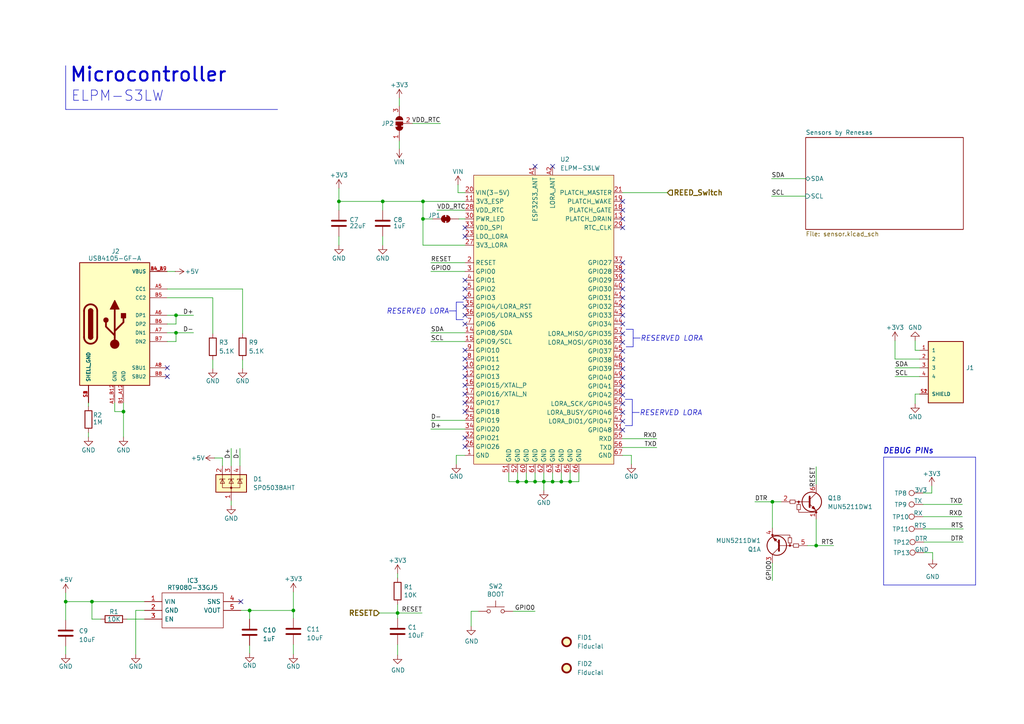
<source format=kicad_sch>
(kicad_sch (version 20231120) (generator "eeschema") (generator_version "8.0")
  (paper "A4")
  (title_block (title "Smart Door/Window Sensor - EH version") (date "2023-07-20") (rev "1.3") (comment 2 "Salvatore Raccardi") (comment 3 "Salvatore Raccardi"))
  (lib_symbols
    (symbol "+5V_1" (power) (pin_numbers hide) (pin_names (offset 0) hide)
      (property "Value" "+5V" (at 0 3.556 0))
      (symbol "+5V_1_0_1"
        (polyline (pts (xy -0.762 1.27) (xy 0 2.54)))
        (polyline (pts (xy 0 0) (xy 0 2.54)))
        (polyline (pts (xy 0 2.54) (xy 0.762 1.27)))
      )
      (symbol "+5V_1_1_1"
        (pin power_in line (at 0 0 90) (length 0) (name "~") (number "1"))
      )
    )
    (symbol "Connector:TestPoint" (pin_numbers hide) (pin_names (offset 0.762) hide)
      (property "Reference" "TP" (at 0 6.858 0))
      (property "Value" "TestPoint" (at 0 5.08 0))
      (symbol "TestPoint_0_1"
        (circle (center 0 3.302) (radius 0.762))
      )
      (symbol "TestPoint_1_1"
        (pin passive line (at 0 0 90) (length 2.54) (name "1") (number "1"))
      )
    )
    (symbol "Device:C" (pin_numbers hide) (pin_names (offset 0.254))
      (property "Reference" "C" (at 0.635 2.54 0))
      (property "Value" "C" (at 0.635 -2.54 0))
      (symbol "C_0_1"
        (polyline (pts (xy -2.032 -0.762) (xy 2.032 -0.762)) (stroke (width 0.508)))
        (polyline (pts (xy -2.032 0.762) (xy 2.032 0.762)) (stroke (width 0.508)))
      )
      (symbol "C_1_1"
        (pin passive line (at 0 3.81 270) (length 2.794) (name "~") (number "1"))
        (pin passive line (at 0 -3.81 90) (length 2.794) (name "~") (number "2"))
      )
    )
    (symbol "Device:R" (pin_numbers hide) (pin_names (offset 0))
      (property "Reference" "R" (at 2.032 0 90))
      (property "Value" "R" (at 0 0 90))
      (symbol "R_0_1"
        (rectangle (start -1.016 -2.54) (end 1.016 2.54) (stroke (width 0.254)))
      )
      (symbol "R_1_1"
        (pin passive line (at 0 3.81 270) (length 1.27) (name "~") (number "1"))
        (pin passive line (at 0 -3.81 90) (length 1.27) (name "~") (number "2"))
      )
    )
    (symbol "ELPMs:ELPM-S3LW"
      (property "Reference" "U1" (at 10.16 43.942 0))
      (property "Value" "ELPM-S3LW" (at 14.478 41.91 0))
      (symbol "ELPM-S3LW_1_1"
        (rectangle (start -20.32 40.64) (end 20.32 -43.18) (fill (type background)))
        (pin input line (at -22.86 -40.64 0) (length 2.54) (name "GND") (number "1"))
        (pin input line (at -22.86 -15.24 0) (length 2.54) (name "GPIO12") (number "10"))
        (pin input line (at -22.86 33.02 0) (length 2.54) (name "3V3_ESP") (number "11"))
        (pin input line (at -22.86 -17.78 0) (length 2.54) (name "GPIO13") (number "12"))
        (pin input line (at 22.86 27.94 180) (length 2.54) (name "PLATCH_DRAIN") (number "13"))
        (pin input line (at -22.86 -5.08 0) (length 2.54) (name "GPIO8/SDA") (number "14"))
        (pin input line (at -22.86 -7.62 0) (length 2.54) (name "GPIO9/SCL") (number "15"))
        (pin input line (at -22.86 -20.32 0) (length 2.54) (name "GPIO15/XTAL_P") (number "16"))
        (pin input line (at -22.86 -22.86 0) (length 2.54) (name "GPIO16/XTAL_N") (number "17"))
        (pin input line (at 22.86 30.48 180) (length 2.54) (name "PLATCH_GATE") (number "18"))
        (pin input line (at 22.86 33.02 180) (length 2.54) (name "PLATCH_WAKE") (number "19"))
        (pin input line (at -22.86 15.24 0) (length 2.54) (name "RESET") (number "2"))
        (pin input line (at -22.86 35.56 0) (length 2.54) (name "VIN(3-5V)") (number "20"))
        (pin input line (at 22.86 35.56 180) (length 2.54) (name "PLATCH_MASTER") (number "21"))
        (pin input line (at -22.86 -25.4 0) (length 2.54) (name "GPIO17") (number "22"))
        (pin input line (at -22.86 22.86 0) (length 2.54) (name "LDO_LORA") (number "23"))
        (pin input line (at -22.86 -27.94 0) (length 2.54) (name "GPIO18") (number "24"))
        (pin input line (at -22.86 -30.48 0) (length 2.54) (name "GPIO19") (number "25"))
        (pin input line (at -22.86 -38.1 0) (length 2.54) (name "GPIO26") (number "26"))
        (pin input line (at -22.86 20.32 0) (length 2.54) (name "3V3_LORA") (number "27"))
        (pin input line (at -22.86 30.48 0) (length 2.54) (name "VDD_RTC") (number "28"))
        (pin input line (at 22.86 25.4 180) (length 2.54) (name "RTC_CLK") (number "29"))
        (pin input line (at -22.86 12.7 0) (length 2.54) (name "GPIO0") (number "3"))
        (pin input line (at -22.86 27.94 0) (length 2.54) (name "PWR_LED") (number "30"))
        (pin input line (at 22.86 -33.274 180) (length 2.54) (name "GPIO48") (number "31"))
        (pin input line (at -22.86 -35.56 0) (length 2.54) (name "GPIO21") (number "32"))
        (pin input line (at -22.86 25.4 0) (length 2.54) (name "VDD_SPI") (number "33"))
        (pin input line (at -22.86 -33.02 0) (length 2.54) (name "GPIO20") (number "34"))
        (pin input line (at -22.86 2.54 0) (length 2.54) (name "GPIO4/LORA_RST") (number "35"))
        (pin input line (at -22.86 0 0) (length 2.54) (name "GPIO5/LORA_NSS") (number "36"))
        (pin input line (at 22.86 15.24 180) (length 2.54) (name "GPIO27") (number "37"))
        (pin input line (at 22.86 12.7 180) (length 2.54) (name "GPIO28") (number "38"))
        (pin input line (at 22.86 10.16 180) (length 2.54) (name "GPIO29") (number "39"))
        (pin input line (at -22.86 10.16 0) (length 2.54) (name "GPIO1") (number "4"))
        (pin input line (at 22.86 7.62 180) (length 2.54) (name "GPIO30") (number "40"))
        (pin input line (at 22.86 5.08 180) (length 2.54) (name "GPIO31") (number "41"))
        (pin input line (at 22.86 2.54 180) (length 2.54) (name "GPIO32") (number "42"))
        (pin input line (at 22.86 0 180) (length 2.54) (name "GPIO33") (number "43"))
        (pin input line (at 22.86 -2.54 180) (length 2.54) (name "GPIO34") (number "44"))
        (pin input line (at 22.86 -10.414 180) (length 2.54) (name "GPIO37") (number "45"))
        (pin input line (at 22.86 -12.954 180) (length 2.54) (name "GPIO38") (number "46"))
        (pin input line (at 22.86 -30.734 180) (length 2.54) (name "LORA_DIO1/GPIO47") (number "47"))
        (pin input line (at 22.86 -15.494 180) (length 2.54) (name "GPIO39") (number "48"))
        (pin input line (at 22.86 -18.034 180) (length 2.54) (name "GPIO40") (number "49"))
        (pin input line (at -22.86 7.62 0) (length 2.54) (name "GPIO2") (number "5"))
        (pin input line (at 22.86 -25.654 180) (length 2.54) (name "LORA_SCK/GPIO45") (number "50"))
        (pin input line (at -10.16 -45.72 90) (length 2.54) (name "GND") (number "51"))
        (pin input line (at -7.62 -45.72 90) (length 2.54) (name "GND") (number "52"))
        (pin input line (at 22.86 -7.874 180) (length 2.54) (name "LORA_MOSI/GPIO36") (number "53"))
        (pin input line (at 22.86 -28.194 180) (length 2.54) (name "LORA_BUSY/GPIO46") (number "54"))
        (pin input line (at 22.86 -35.814 180) (length 2.54) (name "RXD") (number "55"))
        (pin input line (at 22.86 -38.354 180) (length 2.54) (name "TXD") (number "56"))
        (pin input line (at 22.86 -5.334 180) (length 2.54) (name "LORA_MISO/GPIO35") (number "57"))
        (pin input line (at 22.86 -23.114 180) (length 2.54) (name "GPIO42") (number "58"))
        (pin input line (at 22.86 -20.574 180) (length 2.54) (name "GPIO41") (number "59"))
        (pin input line (at -22.86 5.08 0) (length 2.54) (name "GPIO3") (number "6"))
        (pin input line (at -5.08 -45.72 90) (length 2.54) (name "GND") (number "60"))
        (pin input line (at -2.54 -45.72 90) (length 2.54) (name "GND") (number "61"))
        (pin input line (at 0 -45.72 90) (length 2.54) (name "GND") (number "62"))
        (pin input line (at 2.54 -45.72 90) (length 2.54) (name "GND") (number "63"))
        (pin input line (at 5.08 -45.72 90) (length 2.54) (name "GND") (number "64"))
        (pin input line (at 7.62 -45.72 90) (length 2.54) (name "GND") (number "65"))
        (pin input line (at 10.16 -45.72 90) (length 2.54) (name "GND") (number "66"))
        (pin input line (at 22.86 -40.64 180) (length 2.54) (name "GND") (number "67"))
        (pin input line (at -22.86 -2.54 0) (length 2.54) (name "GPIO6") (number "7"))
        (pin input line (at -22.86 -12.7 0) (length 2.54) (name "GPIO11") (number "8"))
        (pin input line (at -22.86 -10.16 0) (length 2.54) (name "GPIO10") (number "9"))
        (pin input line (at -2.54 43.18 270) (length 2.54) (name "ESP32S3_ANT") (number "A1"))
        (pin input line (at 2.54 43.18 270) (length 2.54) (name "LORA_ANT") (number "A2"))
      )
    )
    (symbol "GND_3" (power) (pin_names (offset 0))
      (property "Value" "GND_3" (at 0 -3.81 0))
      (symbol "GND_3_0_1"
        (polyline (pts (xy 0 0) (xy 0 -1.27) (xy 1.27 -1.27) (xy 0 -2.54) (xy -1.27 -1.27) (xy 0 -1.27)))
      )
      (symbol "GND_3_1_1"
        (pin power_in line (at 0 0 270) (length 0) hide (name "GND") (number "1"))
      )
    )
    (symbol "Jumper:SolderJumper_2_Bridged" (pin_numbers hide) (pin_names (offset 0) hide) (exclude_from_sim yes) (in_bom no)
      (property "Reference" "JP" (at 0 2.032 0))
      (property "Value" "SolderJumper_2_Bridged" (at 0 -2.54 0))
      (symbol "SolderJumper_2_Bridged_0_1"
        (rectangle (start -0.508 0.508) (end 0.508 -0.508) (fill (type outline)))
        (arc (start -0.254 1.016) (mid -1.2656 0) (end -0.254 -1.016))
        (arc (start -0.254 1.016) (mid -1.2656 0) (end -0.254 -1.016) (fill (type outline)))
        (polyline (pts (xy -0.254 1.016) (xy -0.254 -1.016)))
        (polyline (pts (xy 0.254 1.016) (xy 0.254 -1.016)))
        (arc (start 0.254 -1.016) (mid 1.2656 0) (end 0.254 1.016))
        (arc (start 0.254 -1.016) (mid 1.2656 0) (end 0.254 1.016) (fill (type outline)))
      )
      (symbol "SolderJumper_2_Bridged_1_1"
        (pin passive line (at -3.81 0 0) (length 2.54) (name "A") (number "1"))
        (pin passive line (at 3.81 0 180) (length 2.54) (name "B") (number "2"))
      )
    )
    (symbol "Jumper:SolderJumper_3_Bridged12" (pin_names (offset 0) hide) (exclude_from_sim yes) (in_bom no)
      (property "Reference" "JP" (at -2.54 -2.54 0))
      (property "Value" "SolderJumper_3_Bridged12" (at 0 2.794 0))
      (symbol "SolderJumper_3_Bridged12_0_1"
        (rectangle (start -1.016 0.508) (end -0.508 -0.508) (fill (type outline)))
        (arc (start -1.016 1.016) (mid -2.0276 0) (end -1.016 -1.016))
        (arc (start -1.016 1.016) (mid -2.0276 0) (end -1.016 -1.016) (fill (type outline)))
        (rectangle (start -0.508 1.016) (end 0.508 -1.016) (fill (type outline)))
        (polyline (pts (xy -2.54 0) (xy -2.032 0)))
        (polyline (pts (xy -1.016 1.016) (xy -1.016 -1.016)))
        (polyline (pts (xy 0 -1.27) (xy 0 -1.016)))
        (polyline (pts (xy 1.016 1.016) (xy 1.016 -1.016)))
        (polyline (pts (xy 2.54 0) (xy 2.032 0)))
        (arc (start 1.016 -1.016) (mid 2.0276 0) (end 1.016 1.016))
        (arc (start 1.016 -1.016) (mid 2.0276 0) (end 1.016 1.016) (fill (type outline)))
      )
      (symbol "SolderJumper_3_Bridged12_1_1"
        (pin passive line (at -5.08 0 0) (length 2.54) (name "A") (number "1"))
        (pin passive line (at 0 -3.81 90) (length 2.54) (name "C") (number "2"))
        (pin passive line (at 5.08 0 180) (length 2.54) (name "B") (number "3"))
      )
    )
    (symbol "Mechanical:Fiducial"
      (property "Reference" "FID" (at 0 5.08 0))
      (property "Value" "Fiducial" (at 0 3.175 0))
      (symbol "Fiducial_0_1"
        (circle (center 0 0) (radius 1.27) (stroke (width 0.508)) (fill (type background)))
      )
    )
    (symbol "Power_Protection:SP0503BAHT" (pin_names hide)
      (property "Reference" "D" (at 5.715 2.54 0))
      (property "Value" "SP0503BAHT" (at 5.715 0.635 0))
      (symbol "SP0503BAHT_0_0"
        (pin passive line (at 0 -5.08 90) (length 2.54) (name "A") (number "1"))
      )
      (symbol "SP0503BAHT_0_1"
        (rectangle (start -4.445 2.54) (end 4.445 -2.54) (stroke (width 0.254)) (fill (type background)))
        (circle (center 0 -1.27) (radius 0.254) (fill (type outline)))
        (polyline (pts (xy -2.54 2.54) (xy -2.54 1.27)))
        (polyline (pts (xy 0 -1.27) (xy 0 -2.54)))
        (polyline (pts (xy 0 -1.27) (xy 0 1.27)))
        (polyline (pts (xy 0 2.54) (xy 0 1.27)))
        (polyline (pts (xy 0.635 1.27) (xy 0.762 1.27)))
        (polyline (pts (xy 2.54 2.54) (xy 2.54 1.27)))
        (polyline (pts (xy 0.635 1.27) (xy -0.762 1.27) (xy -0.762 1.016)))
        (polyline (pts (xy -3.302 1.016) (xy -3.302 1.27) (xy -1.905 1.27) (xy -1.778 1.27)))
        (polyline (pts (xy -2.54 1.27) (xy -2.54 -1.27) (xy 2.54 -1.27) (xy 2.54 1.27)))
        (polyline (pts (xy -2.54 1.27) (xy -1.905 0) (xy -3.175 0) (xy -2.54 1.27)))
        (polyline (pts (xy 0.635 0) (xy -0.635 0) (xy 0 1.27) (xy 0.635 0)))
        (polyline (pts (xy 1.778 1.016) (xy 1.778 1.27) (xy 3.175 1.27) (xy 3.302 1.27)))
        (polyline (pts (xy 2.54 1.27) (xy 1.905 0) (xy 3.175 0) (xy 2.54 1.27)))
      )
      (symbol "SP0503BAHT_1_1"
        (pin passive line (at -2.54 5.08 270) (length 2.54) (name "K") (number "2"))
        (pin passive line (at 0 5.08 270) (length 2.54) (name "K") (number "3"))
        (pin passive line (at 2.54 5.08 270) (length 2.54) (name "K") (number "4"))
      )
    )
    (symbol "RT9080-33GJ5:RT9080-33GJ5" (pin_names (offset 0.762))
      (property "Reference" "IC" (at 24.13 7.62 0))
      (property "Value" "RT9080-33GJ5" (at 24.13 5.08 0))
      (symbol "RT9080-33GJ5_0_0"
        (pin passive line (at 0 0 0) (length 5.08) (name "VIN") (number "1"))
        (pin passive line (at 0 -2.54 0) (length 5.08) (name "GND") (number "2"))
        (pin passive line (at 0 -5.08 0) (length 5.08) (name "EN") (number "3"))
        (pin passive line (at 27.94 0 180) (length 5.08) (name "SNS") (number "4"))
        (pin passive line (at 27.94 -2.54 180) (length 5.08) (name "VOUT") (number "5"))
      )
      (symbol "RT9080-33GJ5_0_1"
        (polyline (pts (xy 5.08 2.54) (xy 22.86 2.54) (xy 22.86 -7.62) (xy 5.08 -7.62) (xy 5.08 2.54)) (stroke (width 0.1524)))
      )
    )
    (symbol "SM04B-SRSS-TB_LF__SN_:SM04B-SRSS-TB(LF)(SN)" (pin_names (offset 1.016))
      (property "Reference" "J" (at -5.0831 8.1433 0))
      (property "Value" "SM04B-SRSS-TB(LF)(SN)" (at -5.0835 -11.9557 0))
      (symbol "SM04B-SRSS-TB(LF)(SN)_0_0"
        (rectangle (start -5.08 -10.16) (end 5.08 7.62) (stroke (width 0.254)) (fill (type background)))
        (pin passive line (at -7.62 5.08 0) (length 2.54) (name "1") (number "1"))
        (pin passive line (at -7.62 2.54 0) (length 2.54) (name "2") (number "2"))
        (pin passive line (at -7.62 0 0) (length 2.54) (name "3") (number "3"))
        (pin passive line (at -7.62 -2.54 0) (length 2.54) (name "4") (number "4"))
        (pin passive line (at -7.62 -7.62 0) (length 2.54) (name "SHIELD") (number "S1"))
        (pin passive line (at -7.62 -7.62 0) (length 2.54) (name "SHIELD") (number "S2"))
      )
    )
    (symbol "Switch:SW_Push" (pin_numbers hide) (pin_names (offset 1.016) hide)
      (property "Reference" "SW" (at 1.27 2.54 0))
      (property "Value" "SW_Push" (at 0 -1.524 0))
      (symbol "SW_Push_0_1"
        (circle (center -2.032 0) (radius 0.508))
        (polyline (pts (xy 0 1.27) (xy 0 3.048)))
        (polyline (pts (xy 2.54 1.27) (xy -2.54 1.27)))
        (circle (center 2.032 0) (radius 0.508))
        (pin passive line (at -5.08 0 0) (length 2.54) (name "1") (number "1"))
        (pin passive line (at 5.08 0 180) (length 2.54) (name "2") (number "2"))
      )
    )
    (symbol "Transistor_BJT:MUN5211DW1" (pin_names hide)
      (property "Reference" "Q" (at 3.81 1.27 0))
      (property "Value" "MUN5211DW1" (at 3.81 -1.27 0))
      (symbol "MUN5211DW1_0_1"
        (rectangle (start -6.35 0.508) (end -4.826 -0.508))
        (rectangle (start -4.318 -2.286) (end -3.302 -0.762))
        (circle (center -3.81 0) (radius 0.254) (fill (type outline)))
        (polyline (pts (xy -3.81 -0.762) (xy -3.81 0)))
        (polyline (pts (xy -0.762 0) (xy -4.826 0)))
        (polyline (pts (xy -0.635 1.524) (xy -0.635 -1.524)) (stroke (width 0.508)))
        (polyline (pts (xy -3.81 -2.286) (xy -3.81 -3.048) (xy 1.27 -3.048)))
        (circle (center 1.27 -3.048) (radius 0.254) (fill (type outline)))
      )
      (symbol "MUN5211DW1_1_1"
        (polyline (pts (xy -0.635 0.635) (xy 1.27 2.54)))
        (polyline (pts (xy -0.635 -0.635) (xy 1.27 -2.54) (xy 1.27 -2.54)))
        (polyline (pts (xy 0 -1.778) (xy 0.508 -1.27) (xy 1.016 -2.286) (xy 0 -1.778) (xy 0 -1.778)) (fill (type outline)))
        (circle (center 0 0) (radius 2.8194) (stroke (width 0.254)))
        (pin passive line (at 1.27 5.08 270) (length 2.54) (name "C1") (number "3"))
        (pin passive line (at 1.27 -5.08 90) (length 2.54) (name "E1") (number "4"))
        (pin input line (at -8.89 0 0) (length 2.54) (name "B1") (number "5"))
      )
      (symbol "MUN5211DW1_2_1"
        (polyline (pts (xy -0.635 0.635) (xy 1.27 2.54)))
        (polyline (pts (xy -0.635 -0.635) (xy 1.27 -2.54) (xy 1.27 -2.54)))
        (polyline (pts (xy 0 -1.778) (xy 0.508 -1.27) (xy 1.016 -2.286) (xy 0 -1.778) (xy 0 -1.778)) (fill (type outline)))
        (circle (center 0 0) (radius 2.8194) (stroke (width 0.254)))
        (pin passive line (at 1.27 -5.08 90) (length 2.54) (name "E2") (number "1"))
        (pin input line (at -8.89 0 0) (length 2.54) (name "B2") (number "2"))
        (pin passive line (at 1.27 5.08 270) (length 2.54) (name "C2") (number "6"))
      )
    )
    (symbol "USB4105-GF-A:USB4105-GF-A" (pin_names (offset 1.016))
      (property "Reference" "J2" (at 0 16.764 0))
      (property "Value" "USB4105-GF-A" (at 0 14.224 0))
      (symbol "USB4105-GF-A_0_0"
        (rectangle (start -8.128 12.954) (end 12.192 -22.606) (stroke (width 0.254)) (fill (type background)))
        (pin power_in line (at 2.032 -27.686 90) (length 5.08) (name "GND") (number "A1_B12"))
        (pin power_in line (at 17.272 10.414 180) (length 5.08) (name "VBUS") (number "A4_B9"))
        (pin bidirectional line (at 17.272 5.334 180) (length 5.08) (name "CC1") (number "A5"))
        (pin bidirectional line (at 17.272 -2.286 180) (length 5.08) (name "DP1") (number "A6"))
        (pin bidirectional line (at 17.272 -7.366 180) (length 5.08) (name "DN1") (number "A7"))
        (pin bidirectional line (at 17.272 -17.526 180) (length 5.08) (name "SBU1") (number "A8"))
        (pin power_in line (at 4.572 -27.686 90) (length 5.08) (name "GND") (number "B1_A12"))
        (pin power_in line (at 17.272 10.414 180) (length 5.08) (name "VBUS") (number "B4_A9"))
        (pin bidirectional line (at 17.272 2.794 180) (length 5.08) (name "CC2") (number "B5"))
        (pin bidirectional line (at 17.272 -9.906 180) (length 5.08) (name "DN2") (number "B7"))
        (pin bidirectional line (at 17.272 -20.066 180) (length 5.08) (name "SBU2") (number "B8"))
        (pin power_in line (at -5.588 -27.686 90) (length 5.08) (name "SHELL_GND") (number "S1"))
        (pin power_in line (at -5.588 -27.686 90) (length 5.08) (name "SHELL_GND") (number "S2"))
        (pin power_in line (at -5.588 -27.686 90) (length 5.08) (name "SHELL_GND") (number "S3"))
        (pin power_in line (at -5.588 -27.686 90) (length 5.08) (name "SHELL_GND") (number "S4"))
      )
      (symbol "USB4105-GF-A_0_1"
        (arc (start -6.858 -8.636) (mid -4.953 -10.5327) (end -3.048 -8.636) (stroke (width 0.508)))
        (arc (start -5.588 -8.636) (mid -4.953 -9.2683) (end -4.318 -8.636) (stroke (width 0.254)))
        (arc (start -5.588 -8.636) (mid -4.953 -9.2683) (end -4.318 -8.636) (stroke (width 0.254)) (fill (type outline)))
        (rectangle (start -5.588 -1.016) (end -4.318 -8.636) (stroke (width 0.254)) (fill (type outline)))
        (arc (start -4.318 -1.016) (mid -4.953 -0.3837) (end -5.588 -1.016) (stroke (width 0.254)))
        (arc (start -4.318 -1.016) (mid -4.953 -0.3837) (end -5.588 -1.016) (stroke (width 0.254)) (fill (type outline)))
        (arc (start -3.048 -1.016) (mid -4.953 0.8807) (end -6.858 -1.016) (stroke (width 0.508)))
        (circle (center -0.508 -3.683) (radius 0.635) (stroke (width 0.254)) (fill (type outline)))
        (polyline (pts (xy -6.858 -8.636) (xy -6.858 -1.016)) (stroke (width 0.508)))
        (polyline (pts (xy -3.048 -1.016) (xy -3.048 -8.636)) (stroke (width 0.508)))
        (polyline (pts (xy 2.032 -10.668) (xy 2.032 -0.508)) (stroke (width 0.508)))
        (polyline (pts (xy 2.032 -8.128) (xy -0.508 -5.588) (xy -0.508 -4.318)) (stroke (width 0.508)))
        (polyline (pts (xy 2.032 -6.858) (xy 4.572 -4.318) (xy 4.572 -3.048)) (stroke (width 0.508)))
        (polyline (pts (xy 0.762 -0.508) (xy 2.032 2.032) (xy 3.302 -0.508) (xy 0.762 -0.508)) (stroke (width 0.254)) (fill (type outline)))
        (circle (center 2.032 -10.668) (radius 1.27) (fill (type outline)))
        (rectangle (start 3.937 -3.048) (end 5.207 -1.778) (stroke (width 0.254)) (fill (type outline)))
      )
      (symbol "USB4105-GF-A_1_0"
        (pin bidirectional line (at 17.272 -4.826 180) (length 5.08) (name "DP2") (number "B6"))
      )
    )
    (symbol "power:+3V3" (power) (pin_names (offset 0))
      (property "Value" "+3V3" (at 0 3.556 0))
      (symbol "+3V3_0_1"
        (polyline (pts (xy -0.762 1.27) (xy 0 2.54)))
        (polyline (pts (xy 0 0) (xy 0 2.54)))
        (polyline (pts (xy 0 2.54) (xy 0.762 1.27)))
      )
      (symbol "+3V3_1_1"
        (pin power_in line (at 0 0 90) (length 0) hide (name "+3V3") (number "1"))
      )
    )
    (symbol "power:+5V" (power) (pin_names (offset 0))
      (property "Value" "+5V" (at 0 3.556 0))
      (symbol "+5V_0_1"
        (polyline (pts (xy -0.762 1.27) (xy 0 2.54)))
        (polyline (pts (xy 0 0) (xy 0 2.54)))
        (polyline (pts (xy 0 2.54) (xy 0.762 1.27)))
      )
      (symbol "+5V_1_1"
        (pin power_in line (at 0 0 90) (length 0) hide (name "+5V") (number "1"))
      )
    )
    (symbol "power:GND" (power) (pin_names (offset 0))
      (property "Value" "GND" (at 0 -3.81 0))
      (symbol "GND_0_1"
        (polyline (pts (xy 0 0) (xy 0 -1.27) (xy 1.27 -1.27) (xy 0 -2.54) (xy -1.27 -1.27) (xy 0 -1.27)))
      )
      (symbol "GND_1_1"
        (pin power_in line (at 0 0 270) (length 0) hide (name "GND") (number "1"))
      )
    )
  )
  (junction (at 51.054 91.44))
  (junction (at 157.734 139.7))
  (junction (at 85.09 177.0634))
  (junction (at 72.39 177.0634))
  (junction (at 98.298 58.42))
  (junction (at 162.814 139.7))
  (junction (at 35.814 119.38))
  (junction (at 152.654 139.7))
  (junction (at 26.67 174.498))
  (junction (at 155.194 139.7))
  (junction (at 122.682 58.42))
  (junction (at 150.114 139.7))
  (junction (at 122.682 63.5))
  (junction (at 51.054 96.52))
  (junction (at 110.998 58.42))
  (junction (at 115.316 177.8))
  (junction (at 165.354 139.7))
  (junction (at 19.05 174.498))
  (junction (at 236.728 158.242))
  (junction (at 160.274 139.7))
  (junction (at 224.028 145.542))
  (no_connect (at 134.874 93.98))
  (no_connect (at 180.594 106.934))
  (no_connect (at 180.594 114.554))
  (no_connect (at 180.594 63.5))
  (no_connect (at 180.594 78.74))
  (no_connect (at 180.594 88.9))
  (no_connect (at 180.594 119.634))
  (no_connect (at 180.594 91.44))
  (no_connect (at 180.594 112.014))
  (no_connect (at 134.874 86.36))
  (no_connect (at 180.594 96.774))
  (no_connect (at 180.594 124.714))
  (no_connect (at 180.594 58.42))
  (no_connect (at 180.594 60.96))
  (no_connect (at 160.274 48.26))
  (no_connect (at 180.594 101.854))
  (no_connect (at 134.874 116.84))
  (no_connect (at 180.594 93.98))
  (no_connect (at 180.594 122.174))
  (no_connect (at 180.594 83.82))
  (no_connect (at 180.594 104.394))
  (no_connect (at 134.874 91.44))
  (no_connect (at 134.874 119.38))
  (no_connect (at 134.874 127))
  (no_connect (at 134.874 111.76))
  (no_connect (at 134.874 109.22))
  (no_connect (at 134.874 68.58))
  (no_connect (at 134.874 129.54))
  (no_connect (at 180.594 86.36))
  (no_connect (at 180.594 76.2))
  (no_connect (at 180.594 66.04))
  (no_connect (at 69.85 174.498))
  (no_connect (at 134.874 114.3))
  (no_connect (at 134.874 101.6))
  (no_connect (at 134.874 88.9))
  (no_connect (at 48.514 106.68))
  (no_connect (at 180.594 117.094))
  (no_connect (at 180.594 99.314))
  (no_connect (at 180.594 109.474))
  (no_connect (at 134.874 83.82))
  (no_connect (at 180.594 81.28))
  (no_connect (at 134.874 81.28))
  (no_connect (at 134.874 66.04))
  (no_connect (at 134.874 104.14))
  (no_connect (at 48.514 109.22))
  (no_connect (at 155.194 48.26))
  (no_connect (at 134.874 106.68))
  (wire (pts (xy 259.588 98.806) (xy 259.588 104.14)))
  (wire (pts (xy 126.746 60.96) (xy 134.874 60.96)))
  (polyline (pts (xy 282.956 169.672) (xy 256.286 169.672)))
  (wire (pts (xy 265.43 114.3) (xy 265.43 117.094)))
  (wire (pts (xy 72.39 187.198) (xy 72.39 189.484)))
  (wire (pts (xy 122.682 71.12) (xy 122.682 63.5)))
  (wire (pts (xy 134.874 76.2) (xy 124.968 76.2)))
  (wire (pts (xy 224.028 145.542) (xy 226.568 145.542)))
  (wire (pts (xy 19.05 174.498) (xy 19.05 179.832)))
  (wire (pts (xy 180.594 129.794) (xy 190.5 129.794)))
  (wire (pts (xy 234.188 158.242) (xy 236.728 158.242)))
  (wire (pts (xy 134.874 96.52) (xy 124.968 96.52)))
  (wire (pts (xy 26.67 174.498) (xy 26.67 179.578)))
  (wire (pts (xy 48.514 78.74) (xy 50.8 78.74)))
  (wire (pts (xy 115.824 30.734) (xy 115.824 28.448)))
  (polyline (pts (xy 134.366 92.71) (xy 132.334 92.71)))
  (wire (pts (xy 51.054 91.44) (xy 56.134 91.44)))
  (wire (pts (xy 152.654 139.7) (xy 155.194 139.7)))
  (wire (pts (xy 48.514 91.44) (xy 51.054 91.44)))
  (wire (pts (xy 70.358 104.394) (xy 70.358 106.934)))
  (wire (pts (xy 48.514 93.98) (xy 51.054 93.98)))
  (wire (pts (xy 183.134 132.08) (xy 180.594 132.08)))
  (wire (pts (xy 265.43 98.806) (xy 265.43 101.6)))
  (wire (pts (xy 33.274 116.84) (xy 33.274 119.38)))
  (wire (pts (xy 109.982 177.8) (xy 115.316 177.8)))
  (polyline (pts (xy 181.356 123.444) (xy 183.388 123.444)))
  (wire (pts (xy 25.654 125.476) (xy 25.654 126.746)))
  (wire (pts (xy 110.998 58.42) (xy 122.682 58.42)))
  (wire (pts (xy 132.334 132.08) (xy 134.874 132.08)))
  (polyline (pts (xy 132.334 90.17) (xy 130.302 90.17)))
  (wire (pts (xy 155.194 137.16) (xy 155.194 139.7)))
  (wire (pts (xy 152.654 137.16) (xy 152.654 139.7)))
  (polyline (pts (xy 134.366 87.63) (xy 132.334 87.63)))
  (wire (pts (xy 26.67 179.578) (xy 29.21 179.578)))
  (wire (pts (xy 98.298 54.61) (xy 98.298 58.42)))
  (wire (pts (xy 61.722 104.394) (xy 61.722 106.934)))
  (wire (pts (xy 134.874 55.88) (xy 132.842 55.88)))
  (wire (pts (xy 72.39 177.0634) (xy 72.39 177.038)))
  (wire (pts (xy 115.316 175.26) (xy 115.316 177.8)))
  (wire (pts (xy 236.728 158.242) (xy 241.808 158.242)))
  (wire (pts (xy 110.998 68.58) (xy 110.998 71.12)))
  (wire (pts (xy 64.516 132.842) (xy 64.516 135.128)))
  (wire (pts (xy 19.05 171.958) (xy 19.05 174.498)))
  (wire (pts (xy 267.716 153.416) (xy 279.4 153.416)))
  (wire (pts (xy 266.7 104.14) (xy 259.588 104.14)))
  (wire (pts (xy 165.354 137.16) (xy 165.354 139.7)))
  (polyline (pts (xy 183.388 119.634) (xy 185.42 119.634)))
  (wire (pts (xy 133.096 63.5) (xy 134.874 63.5)))
  (wire (pts (xy 266.7 114.3) (xy 265.43 114.3)))
  (wire (pts (xy 51.054 96.52) (xy 56.134 96.52)))
  (wire (pts (xy 26.67 174.498) (xy 41.91 174.498)))
  (wire (pts (xy 134.874 121.92) (xy 124.968 121.92)))
  (wire (pts (xy 19.05 187.452) (xy 19.05 189.738)))
  (wire (pts (xy 180.594 127.254) (xy 190.5 127.254)))
  (wire (pts (xy 67.056 135.128) (xy 67.056 130.048)))
  (wire (pts (xy 233.68 51.816) (xy 223.774 51.816)))
  (polyline (pts (xy 256.286 132.588) (xy 256.286 169.672)))
  (wire (pts (xy 157.734 139.7) (xy 157.734 142.24)))
  (wire (pts (xy 41.91 177.038) (xy 39.37 177.038)))
  (wire (pts (xy 224.028 153.162) (xy 224.028 145.542)))
  (polyline (pts (xy 19.05 31.75) (xy 80.518 31.75)))
  (wire (pts (xy 48.514 86.36) (xy 61.722 86.36)))
  (wire (pts (xy 61.722 86.36) (xy 61.722 96.774)))
  (wire (pts (xy 157.734 139.7) (xy 160.274 139.7)))
  (wire (pts (xy 122.682 63.5) (xy 122.682 58.42)))
  (wire (pts (xy 148.844 177.292) (xy 155.194 177.292)))
  (wire (pts (xy 35.814 119.38) (xy 35.814 126.746)))
  (wire (pts (xy 266.7 106.68) (xy 259.588 106.68)))
  (wire (pts (xy 132.842 53.594) (xy 132.842 55.88)))
  (wire (pts (xy 267.716 146.304) (xy 279.146 146.304)))
  (wire (pts (xy 160.274 137.16) (xy 160.274 139.7)))
  (wire (pts (xy 85.09 177.0634) (xy 85.09 179.324)))
  (wire (pts (xy 160.274 139.7) (xy 162.814 139.7)))
  (wire (pts (xy 147.574 139.7) (xy 150.114 139.7)))
  (wire (pts (xy 193.548 55.88) (xy 180.594 55.88)))
  (wire (pts (xy 267.716 143.002) (xy 270.256 143.002)))
  (wire (pts (xy 115.316 177.8) (xy 115.316 179.324)))
  (wire (pts (xy 19.05 174.498) (xy 26.67 174.498)))
  (wire (pts (xy 125.476 63.5) (xy 122.682 63.5)))
  (wire (pts (xy 110.998 58.42) (xy 110.998 60.96)))
  (wire (pts (xy 157.734 137.16) (xy 157.734 139.7)))
  (wire (pts (xy 147.574 137.16) (xy 147.574 139.7)))
  (wire (pts (xy 165.354 139.7) (xy 167.894 139.7)))
  (wire (pts (xy 150.114 139.7) (xy 152.654 139.7)))
  (wire (pts (xy 115.316 166.37) (xy 115.316 167.64)))
  (wire (pts (xy 69.85 177.038) (xy 72.39 177.038)))
  (polyline (pts (xy 19.05 19.05) (xy 19.05 31.75)))
  (wire (pts (xy 266.7 101.6) (xy 265.43 101.6)))
  (wire (pts (xy 98.298 68.58) (xy 98.298 71.12)))
  (wire (pts (xy 162.814 137.16) (xy 162.814 139.7)))
  (wire (pts (xy 122.682 71.12) (xy 134.874 71.12)))
  (wire (pts (xy 72.39 177.0634) (xy 72.39 179.578)))
  (wire (pts (xy 267.97 157.226) (xy 279.4 157.226)))
  (wire (pts (xy 155.194 139.7) (xy 157.734 139.7)))
  (wire (pts (xy 48.514 99.06) (xy 51.054 99.06)))
  (wire (pts (xy 48.514 96.52) (xy 51.054 96.52)))
  (polyline (pts (xy 183.642 98.044) (xy 185.674 98.044)))
  (wire (pts (xy 138.684 177.292) (xy 136.652 177.292)))
  (polyline (pts (xy 282.956 132.588) (xy 282.956 169.672)))
  (wire (pts (xy 35.814 119.38) (xy 35.814 116.84)))
  (wire (pts (xy 122.682 58.42) (xy 134.874 58.42)))
  (wire (pts (xy 25.654 116.84) (xy 25.654 117.856)))
  (wire (pts (xy 33.274 119.38) (xy 35.814 119.38)))
  (wire (pts (xy 70.358 83.82) (xy 70.358 96.774)))
  (wire (pts (xy 69.596 135.128) (xy 69.596 130.048)))
  (wire (pts (xy 124.968 78.74) (xy 134.874 78.74)))
  (wire (pts (xy 48.514 83.82) (xy 70.358 83.82)))
  (polyline (pts (xy 181.356 115.824) (xy 183.388 115.824)))
  (wire (pts (xy 127.762 35.814) (xy 119.634 35.814)))
  (wire (pts (xy 132.334 132.08) (xy 132.334 134.62)))
  (wire (pts (xy 270.256 140.97) (xy 270.256 143.002)))
  (wire (pts (xy 51.054 96.52) (xy 51.054 99.06)))
  (wire (pts (xy 98.298 58.42) (xy 98.298 60.96)))
  (wire (pts (xy 134.874 124.46) (xy 124.968 124.46)))
  (polyline (pts (xy 181.61 100.584) (xy 183.642 100.584)))
  (wire (pts (xy 115.824 43.18) (xy 115.824 40.894)))
  (wire (pts (xy 167.894 139.7) (xy 167.894 137.16)))
  (wire (pts (xy 162.814 139.7) (xy 165.354 139.7)))
  (wire (pts (xy 267.716 149.86) (xy 279.146 149.86)))
  (wire (pts (xy 85.09 186.944) (xy 85.09 189.738)))
  (polyline (pts (xy 256.286 132.588) (xy 282.956 132.588)))
  (wire (pts (xy 64.516 132.842) (xy 62.23 132.842)))
  (wire (pts (xy 224.028 168.402) (xy 224.028 163.322)))
  (polyline (pts (xy 183.642 95.504) (xy 183.642 100.584)))
  (wire (pts (xy 51.054 93.98) (xy 51.054 91.44)))
  (wire (pts (xy 136.652 177.292) (xy 136.652 181.61)))
  (wire (pts (xy 183.134 132.08) (xy 183.134 134.62)))
  (wire (pts (xy 266.7 109.22) (xy 259.588 109.22)))
  (wire (pts (xy 67.056 145.288) (xy 67.056 146.558)))
  (wire (pts (xy 39.37 177.038) (xy 39.37 189.738)))
  (wire (pts (xy 85.09 177.0634) (xy 85.09 171.704)))
  (wire (pts (xy 236.728 140.462) (xy 236.728 135.382)))
  (wire (pts (xy 36.83 179.578) (xy 41.91 179.578)))
  (wire (pts (xy 98.298 58.42) (xy 110.998 58.42)))
  (wire (pts (xy 236.728 158.242) (xy 236.728 150.622)))
  (polyline (pts (xy 181.61 95.504) (xy 183.642 95.504)))
  (polyline (pts (xy 132.334 87.63) (xy 132.334 92.71)))
  (wire (pts (xy 270.51 160.274) (xy 270.51 162.306)))
  (wire (pts (xy 134.874 99.06) (xy 124.968 99.06)))
  (wire (pts (xy 233.68 56.896) (xy 223.774 56.896)))
  (wire (pts (xy 267.97 160.274) (xy 270.51 160.274)))
  (wire (pts (xy 72.39 177.0634) (xy 85.09 177.0634)))
  (wire (pts (xy 115.316 177.8) (xy 122.428 177.8)))
  (wire (pts (xy 150.114 137.16) (xy 150.114 139.7)))
  (polyline (pts (xy 183.388 115.824) (xy 183.388 123.444)))
  (wire (pts (xy 115.316 189.992) (xy 115.316 186.944)))
  (wire (pts (xy 218.948 145.542) (xy 224.028 145.542)))
  (text "RESERVED LORA" (at 194.818 98.298 0) (effects (font (size 1.5 1.5) (italic yes))))
  (text "Microcontroller" (at 20.066 24.13 0) (effects (font (size 4 4) (thickness 0.6) (bold yes)) (justify left bottom)))
  (text "DEBUG PINs" (at 256.032 131.826 0) (effects (font (size 1.6 1.6) (thickness 0.254) (bold yes) (italic yes)) (justify left bottom)))
  (text "RESERVED LORA" (at 121.158 90.424 0) (effects (font (size 1.5 1.5) (italic yes))))
  (text "RESERVED LORA" (at 194.564 119.888 0) (effects (font (size 1.5 1.5) (italic yes))))
  (text "ELPM-S3LW" (at 20.574 29.718 0) (effects (font (size 3 3)) (justify left bottom)))
  (label "RESET" (at 122.428 177.8 180))
  (label "SCL" (at 124.968 99.06 0))
  (label "DTR" (at 279.4 157.226 180))
  (label "RTS" (at 241.808 158.242 180))
  (label "GPIO0" (at 224.028 168.402 90))
  (label "RXD" (at 279.146 149.86 180))
  (label "SDA" (at 223.774 51.816 0))
  (label "RXD" (at 190.5 127.254 180))
  (label "SCL" (at 223.774 56.896 0))
  (label "TXD" (at 279.146 146.304 180))
  (label "TXD" (at 190.5 129.794 180))
  (label "GPIO0" (at 155.194 177.292 180))
  (label "RESET" (at 236.728 135.382 270))
  (label "VDD_RTC" (at 127.762 35.814 180))
  (label "D+" (at 56.134 91.44 180))
  (label "SDA" (at 124.968 96.52 0))
  (label "VDD_RTC" (at 126.746 60.96 0))
  (label "D+" (at 67.056 130.048 270))
  (label "DTR" (at 218.948 145.542 0))
  (label "D+" (at 124.968 124.46 0))
  (label "RTS" (at 279.4 153.416 180))
  (label "D-" (at 124.968 121.92 0))
  (label "D-" (at 56.134 96.52 180))
  (label "SCL" (at 259.588 109.22 0))
  (label "GPIO0" (at 124.968 78.74 0))
  (label "SDA" (at 259.588 106.68 0))
  (label "D-" (at 69.596 130.048 270))
  (label "RESET" (at 124.968 76.2 0))
  (hierarchical_label "REED_Switch" (shape input) (at 193.548 55.88 0) (effects (font (size 1.5 1.5) (thickness 0.3) (bold yes))))
  (hierarchical_label "RESET" (shape input) (at 109.982 177.8 180) (effects (font (size 1.5 1.5) (thickness 0.3) (bold yes))))
  (symbol (lib_id "power:GND") (at 39.37 189.738 0) (unit 1)
    (property "Reference" "#PWR032" (effects (hide yes)))
    (property "Value" "GND" (at 39.37 193.294 0))
  )
  (symbol (lib_id "Connector:TestPoint") (at 267.716 149.86 90) (unit 1)
    (property "Reference" "TP10" (at 261.239 149.9362 90))
    (property "Value" "RX" (at 266.2936 148.844 90))
    (property "Footprint" "TestPoint:TestPoint_Pad_D1.5mm" (effects (hide yes)))
  )
  (symbol (lib_name "GND_3") (lib_id "power:GND") (at 98.298 71.12 0) (unit 1)
    (property "Reference" "#PWR017" (effects (hide yes)))
    (property "Value" "GND" (at 98.298 74.93 0))
  )
  (symbol (lib_id "power:+3V3") (at 115.824 28.448 0) (unit 1)
    (property "Reference" "#PWR021" (effects (hide yes)))
    (property "Value" "+3V3" (at 115.824 24.638 0))
    (property "Description" "Power symbol creates a global label with name \"+3V3\"" (effects (hide yes)))
  )
  (symbol (lib_id "Connector:TestPoint") (at 267.97 157.226 90) (unit 1)
    (property "Reference" "TP12" (at 261.493 157.3022 90))
    (property "Value" "DTR" (at 267.1826 156.21 90))
    (property "Footprint" "TestPoint:TestPoint_Pad_D1.5mm" (effects (hide yes)))
  )
  (symbol (lib_id "Mechanical:Fiducial") (at 164.338 193.802 0) (unit 1)
    (property "Reference" "FID2" (at 167.386 192.5319 0) (effects (justify left)))
    (property "Value" "Fiducial" (at 167.386 195.0719 0) (effects (justify left)))
    (property "Footprint" "Fiducial:Fiducial_0.5mm_Mask1mm" (effects (hide yes)))
    (property "Description" "Fiducial Marker" (effects (hide yes)))
  )
  (symbol (lib_name "GND_3") (lib_id "power:GND") (at 110.998 71.12 0) (unit 1)
    (property "Reference" "#PWR018" (effects (hide yes)))
    (property "Value" "GND" (at 110.998 74.93 0))
  )
  (symbol (lib_id "Device:C") (at 115.316 183.134 0) (unit 1)
    (property "Reference" "C1" (at 118.237 181.9656 0) (effects (justify left)))
    (property "Value" "10uF" (at 118.237 184.277 0) (effects (justify left)))
    (property "Footprint" "Capacitor_SMD:C_0402_1005Metric" (effects (hide yes)))
    (instances (project "ELPM-S3_HeaderBoard-rev1.0" (path "" (reference "C1") (unit 1))) (project "MainModule_v1.1" (path "" (reference "C11") (unit 1)) (path "" (reference "C11") (unit 1))) (project "SmartDoorSensor_EH_v1.0" (path "" (reference "C6") (unit 1))) (project "OBJ00002_RevA.0-PCB" (path "" (reference "C11") (unit 1)) (path "" (reference "C11") (unit 1))))
  )
  (symbol (lib_id "power:GND") (at 72.39 189.484 0) (unit 1)
    (property "Reference" "#PWR033" (effects (hide yes)))
    (property "Value" "GND" (at 72.39 193.04 0))
  )
  (symbol (lib_name "GND_3") (lib_id "power:GND") (at 157.734 142.24 0) (mirror y) (unit 1)
    (property "Reference" "#PWR028" (effects (hide yes)))
    (property "Value" "GND" (at 157.734 145.796 0))
  )
  (symbol (lib_id "power:GND") (at 265.43 98.806 0) (mirror x) (unit 1)
    (property "Reference" "#PWR055" (effects (hide yes)))
    (property "Value" "GND" (at 265.43 94.996 0))
  )
  (symbol (lib_id "power:GND") (at 85.09 189.738 0) (unit 1)
    (property "Reference" "#PWR046" (effects (hide yes)))
    (property "Value" "GND" (at 85.09 193.294 0))
  )
  (symbol (lib_id "power:+3V3") (at 98.298 54.61 0) (unit 1)
    (property "Reference" "#PWR011" (effects (hide yes)))
    (property "Value" "+3V3" (at 98.298 50.8 0))
    (property "Description" "Power symbol creates a global label with name \"+3V3\"" (effects (hide yes)))
  )
  (symbol (lib_id "power:+3V3") (at 115.316 166.37 0) (unit 1)
    (property "Reference" "#PWR06" (effects (hide yes)))
    (property "Value" "+3V3" (at 115.316 162.56 0))
    (instances (project "ELPM-S3_HeaderBoard-rev1.0" (path "" (reference "#PWR06") (unit 1))) (project "SmartDoorSensor_EH_v1.0" (path "" (reference "#PWR015") (unit 1))) (project "OBJ00002_RevA.0-PCB" (path "" (reference "#PWR034") (unit 1))))
  )
  (symbol (lib_id "power:+3V3") (at 85.09 171.704 0) (unit 1)
    (property "Reference" "#PWR045" (effects (hide yes)))
    (property "Value" "+3V3" (at 85.09 167.894 0))
  )
  (symbol (lib_id "Device:R") (at 115.316 171.45 0) (unit 1)
    (property "Reference" "R1" (at 117.094 170.2816 0) (effects (justify left)))
    (property "Value" "10K" (at 117.094 172.593 0) (effects (justify left)))
    (property "Footprint" "Resistor_SMD:R_0402_1005Metric" (effects (hide yes)))
    (instances (project "ELPM-S3_HeaderBoard-rev1.0" (path "" (reference "R1") (unit 1))) (project "MainModule_v1.1" (path "" (reference "R9") (unit 1)) (path "" (reference "R9") (unit 1))) (project "SmartDoorSensor_EH_v1.0" (path "" (reference "R4") (unit 1))) (project "OBJ00002_RevA.0-PCB" (path "" (reference "R4") (unit 1)) (path "" (reference "R17") (unit 1))))
  )
  (symbol (lib_id "power:GND") (at 136.652 181.61 0) (unit 1)
    (property "Reference" "#PWR08" (effects (hide yes)))
    (property "Value" "GND" (at 136.779 186.0042 0))
    (instances (project "ELPM-S3_HeaderBoard-rev1.0" (path "" (reference "#PWR08") (unit 1))) (project "MainModule_v1.1" (path "" (reference "#PWR029") (unit 1)) (path "" (reference "#PWR029") (unit 1))) (project "SmartDoorSensor_EH_v1.0" (path "" (reference "#PWR019") (unit 1))) (project "OBJ00002_RevA.0-PCB" (path "" (reference "#PWR051") (unit 1)) (path "" (reference "#PWR032") (unit 1))))
  )
  (symbol (lib_id "Jumper:SolderJumper_3_Bridged12") (at 115.824 35.814 90) (unit 1) (exclude_from_sim yes) (in_bom no)
    (property "Reference" "JP2" (at 114.3 35.814 90) (effects (justify left)))
    (property "Value" "SolderJumper_3_Bridged12" (effects (hide yes)))
    (property "Footprint" "Jumper:SolderJumper-3_P1.3mm_Bridged12_RoundedPad1.0x1.5mm_NumberLabels" (effects (hide yes)))
    (property "Description" "3-pole Solder Jumper, pins 1+2 closed/bridged" (effects (hide yes)))
  )
  (symbol (lib_id "power:+5V") (at 19.05 171.958 0) (unit 1)
    (property "Reference" "#PWR023" (effects (hide yes)))
    (property "Value" "+5V" (at 17.018 168.148 0) (effects (justify left)))
  )
  (symbol (lib_id "power:+3V3") (at 132.842 53.594 0) (unit 1)
    (property "Reference" "#PWR020" (effects (hide yes)))
    (property "Value" "VIN" (at 132.842 49.784 0))
    (property "Description" "Power symbol creates a global label with name \"+3V3\"" (effects (hide yes)))
  )
  (symbol (lib_id "Device:C") (at 19.05 183.642 0) (unit 1)
    (property "Reference" "C9" (at 22.86 183.007 0) (effects (justify left)))
    (property "Value" "10uF" (at 22.86 185.547 0) (effects (justify left)))
    (property "Footprint" "Capacitor_SMD:C_0402_1005Metric" (effects (hide yes)))
  )
  (symbol (lib_id "Device:C") (at 72.39 183.388 0) (unit 1)
    (property "Reference" "C10" (at 76.2 182.753 0) (effects (justify left)))
    (property "Value" "1uF" (at 76.2 185.293 0) (effects (justify left)))
    (property "Footprint" "Capacitor_SMD:C_0402_1005Metric" (effects (hide yes)))
  )
  (symbol (lib_name "GND_3") (lib_id "power:GND") (at 183.134 134.62 0) (unit 1)
    (property "Reference" "#PWR031" (effects (hide yes)))
    (property "Value" "GND" (at 183.134 138.176 0))
  )
  (symbol (lib_id "Device:R") (at 25.654 121.666 0) (unit 1)
    (property "Reference" "R2" (at 26.924 120.396 0) (effects (justify left)))
    (property "Value" "1M" (at 26.924 122.428 0) (effects (justify left)))
    (property "Footprint" "Resistor_SMD:R_0402_1005Metric" (effects (hide yes)))
  )
  (symbol (lib_id "RT9080-33GJ5:RT9080-33GJ5") (at 41.91 174.498 0) (unit 1)
    (property "Reference" "IC3" (at 55.88 168.402 0))
    (property "Value" "RT9080-33GJ5" (at 55.88 170.434 0))
    (property "Footprint" "lib:SOT94P280X100-5N" (effects (hide yes)))
    (property "Datasheet" "https://www.richtek.com/assets/product_file/RT9080/DS9080-05.pdf" (effects (hide yes)))
    (property "Description" "IC REG LIN 3.3V 600MA TSOT23-5" (effects (hide yes)))
    (property "Height" "1" (effects (hide yes)))
    (property "Manufacturer_Name" "RICHTEK" (effects (hide yes)))
    (property "Manufacturer_Part_Number" "RT9080-33GJ5" (effects (hide yes)))
  )
  (symbol (lib_id "USB4105-GF-A:USB4105-GF-A") (at 31.242 89.154 0) (unit 1)
    (property "Reference" "J2" (at 33.528 72.898 0))
    (property "Value" "USB4105-GF-A" (at 33.274 74.93 0))
    (property "Footprint" "lib:GCT_USB4105-GF-A" (effects (hide yes)))
    (property "Description" "\nUSB-C (USB TYPE-C) USB 2.0 Receptacle Connector 24 (16+8 Dummy) Position Surface Mount, Right Angle; Through Hole\n" (effects (hide yes)))
    (property "MF" "GCT" (effects (hide yes)))
    (property "MAXIMUM_PACKAGE_HEIGHT" "3.31 mm" (effects (hide yes)))
    (property "Package" "None" (effects (hide yes)))
    (property "Price" "None" (effects (hide yes)))
    (property "Check_prices" "https://www.snapeda.com/parts/USB4105-GF-A/Global+Connector+Technology/view-part/?ref=eda" (effects (hide yes)))
    (property "STANDARD" "Manufacturer Recommendations" (effects (hide yes)))
    (property "PARTREV" "A3" (effects (hide yes)))
    (property "SnapEDA_Link" "https://www.snapeda.com/parts/USB4105-GF-A/Global+Connector+Technology/view-part/?ref=snap" (effects (hide yes)))
    (property "MP" "USB4105-GF-A" (effects (hide yes)))
    (property "Purchase-URL" "https://www.snapeda.com/api/url_track_click_mouser/?unipart_id=4423780&manufacturer=GCT&part_name=USB4105-GF-A&search_term=usb4105-gf-a" (effects (hide yes)))
    (property "Availability" "In Stock" (effects (hide yes)))
    (property "MANUFACTURER" "GCT" (effects (hide yes)))
  )
  (symbol (lib_id "Device:C") (at 98.298 64.77 0) (unit 1)
    (property "Reference" "C7" (at 101.346 63.754 0) (effects (justify left)))
    (property "Value" "22uF" (at 101.346 65.532 0) (effects (justify left)))
    (property "Footprint" "Capacitor_SMD:C_0603_1608Metric" (effects (hide yes)))
    (property "Description" "Unpolarized capacitor" (effects (hide yes)))
  )
  (symbol (lib_id "power:+3V3") (at 115.824 43.18 180) (unit 1)
    (property "Reference" "#PWR022" (effects (hide yes)))
    (property "Value" "VIN" (at 115.824 46.99 0))
    (property "Description" "Power symbol creates a global label with name \"+3V3\"" (effects (hide yes)))
  )
  (symbol (lib_name "+5V_1") (lib_id "power:+5V") (at 50.8 78.74 270) (unit 1)
    (property "Reference" "#PWR049" (effects (hide yes)))
    (property "Value" "+5V" (at 53.594 78.74 90) (effects (justify left)))
    (property "Description" "Power symbol creates a global label with name \"+5V\"" (effects (hide yes)))
  )
  (symbol (lib_id "Mechanical:Fiducial") (at 164.338 186.182 0) (unit 1)
    (property "Reference" "FID1" (at 167.386 184.9119 0) (effects (justify left)))
    (property "Value" "Fiducial" (at 167.386 187.4519 0) (effects (justify left)))
    (property "Footprint" "Fiducial:Fiducial_0.5mm_Mask1mm" (effects (hide yes)))
    (property "Description" "Fiducial Marker" (effects (hide yes)))
  )
  (symbol (lib_id "Switch:SW_Push") (at 143.764 177.292 0) (unit 1)
    (property "Reference" "SW2" (at 143.764 170.053 0))
    (property "Value" "BOOT" (at 143.764 172.3644 0))
    (property "Footprint" "Button_Switch_SMD:SW_Push_SPST_NO_Alps_SKRK" (effects (hide yes)))
    (instances (project "ELPM-S3_HeaderBoard-rev1.0" (path "" (reference "SW2") (unit 1))) (project "MainModule_v1.1" (path "" (reference "SW1") (unit 1)) (path "" (reference "SW1") (unit 1))) (project "SmartDoorSensor_EH_v1.0" (path "" (reference "SW2") (unit 1))) (project "OBJ00002_RevA.0-PCB" (path "" (reference "SW3") (unit 1)) (path "" (reference "SW1") (unit 1))))
  )
  (symbol (lib_id "power:+3V3") (at 270.256 140.97 0) (unit 1)
    (property "Reference" "#PWR025" (effects (hide yes)))
    (property "Value" "+3V3" (at 270.256 137.414 0))
  )
  (symbol (lib_id "Connector:TestPoint") (at 267.716 153.416 90) (unit 1)
    (property "Reference" "TP11" (at 261.239 153.4922 90))
    (property "Value" "RTS" (at 266.9286 152.4254 90))
    (property "Footprint" "TestPoint:TestPoint_Pad_D1.5mm" (effects (hide yes)))
  )
  (symbol (lib_id "power:GND") (at 35.814 126.746 0) (unit 1)
    (property "Reference" "#PWR048" (effects (hide yes)))
    (property "Value" "GND" (at 35.814 130.556 0))
  )
  (symbol (lib_id "power:GND") (at 270.51 162.306 0) (unit 1)
    (property "Reference" "#PWR029" (effects (hide yes)))
    (property "Value" "GND" (at 270.51 167.259 0))
  )
  (symbol (lib_id "Device:C") (at 85.09 183.134 0) (unit 1)
    (property "Reference" "C11" (at 88.9 182.499 0) (effects (justify left)))
    (property "Value" "10uF" (at 88.9 185.039 0) (effects (justify left)))
    (property "Footprint" "Capacitor_SMD:C_0402_1005Metric" (effects (hide yes)))
  )
  (symbol (lib_id "ELPMs:ELPM-S3LW") (at 157.734 91.44 0) (unit 1)
    (property "Reference" "U2" (at 162.4681 46.228 0) (effects (justify left)))
    (property "Value" "ELPM-S3LW" (at 162.4681 48.768 0) (effects (justify left)))
    (property "Footprint" "lib:ELPM-S3XX" (effects (hide yes)))
  )
  (symbol (lib_id "power:GND") (at 265.43 117.094 0) (mirror y) (unit 1)
    (property "Reference" "#PWR056" (effects (hide yes)))
    (property "Value" "GND" (at 265.43 120.904 0))
  )
  (symbol (lib_id "power:GND") (at 25.654 126.746 0) (unit 1)
    (property "Reference" "#PWR047" (effects (hide yes)))
    (property "Value" "GND" (at 25.654 130.556 0))
  )
  (symbol (lib_id "power:GND") (at 61.722 106.934 0) (unit 1)
    (property "Reference" "#PWR051" (effects (hide yes)))
    (property "Value" "GND" (at 61.722 110.49 0))
  )
  (symbol (lib_name "GND_3") (lib_id "power:GND") (at 132.334 134.62 0) (mirror y) (unit 1)
    (property "Reference" "#PWR030" (effects (hide yes)))
    (property "Value" "GND" (at 132.334 138.176 0))
  )
  (symbol (lib_id "SM04B-SRSS-TB_LF__SN_:SM04B-SRSS-TB(LF)(SN)") (at 274.32 106.68 0) (unit 1)
    (property "Reference" "J1" (at 280.162 106.68 0) (effects (justify left)))
    (property "Value" "SM04B-SRSS-TB(LF)(SN)" (effects (hide yes)))
    (property "Footprint" "lib:JST_SM04B-SRSS-TB(LF)(SN)" (effects (hide yes)))
    (property "Description" "\nConnector Header Surface Mount, Right Angle 4 position 0.039 (1.00mm)\n" (effects (hide yes)))
    (property "MF" "JST Sales" (effects (hide yes)))
    (property "Package" "None" (effects (hide yes)))
    (property "Price" "None" (effects (hide yes)))
    (property "Check_prices" "https://www.snapeda.com/parts/SM04B-SRSS-TB(LF)(SN)/JST+Sales+America+Inc./view-part/?ref=eda" (effects (hide yes)))
    (property "STANDARD" "Manufacturer recommendations" (effects (hide yes)))
    (property "SnapEDA_Link" "https://www.snapeda.com/parts/SM04B-SRSS-TB(LF)(SN)/JST+Sales+America+Inc./view-part/?ref=snap" (effects (hide yes)))
    (property "MP" "SM04B-SRSS-TB(LF)(SN)" (effects (hide yes)))
    (property "Availability" "In Stock" (effects (hide yes)))
    (property "MANUFACTURER" "JST" (effects (hide yes)))
  )
  (symbol (lib_id "Device:R") (at 70.358 100.584 0) (unit 1)
    (property "Reference" "R9" (at 72.136 99.3139 0) (effects (justify left)))
    (property "Value" "5.1K" (at 72.136 101.8539 0) (effects (justify left)))
    (property "Footprint" "Resistor_SMD:R_0402_1005Metric" (effects (hide yes)))
    (property "Description" "Resistor" (effects (hide yes)))
  )
  (symbol (lib_id "Connector:TestPoint") (at 267.97 160.274 90) (unit 1)
    (property "Reference" "TP13" (at 261.493 160.3502 90))
    (property "Value" "GND" (at 267.335 159.4104 90))
    (property "Footprint" "TestPoint:TestPoint_Pad_D1.5mm" (effects (hide yes)))
  )
  (symbol (lib_id "Connector:TestPoint") (at 267.716 146.304 90) (unit 1)
    (property "Reference" "TP9" (at 261.239 146.3802 90))
    (property "Value" "TX" (at 266.2936 145.288 90))
    (property "Footprint" "TestPoint:TestPoint_Pad_D1.5mm" (effects (hide yes)))
  )
  (symbol (lib_id "power:GND") (at 70.358 106.934 0) (unit 1)
    (property "Reference" "#PWR053" (effects (hide yes)))
    (property "Value" "GND" (at 70.358 110.49 0))
  )
  (symbol (lib_id "Connector:TestPoint") (at 267.716 143.002 90) (unit 1)
    (property "Reference" "TP8" (at 261.239 143.0782 90))
    (property "Value" "3V3" (at 267.081 142.1384 90))
    (property "Footprint" "TestPoint:TestPoint_Pad_D1.5mm" (effects (hide yes)))
  )
  (symbol (lib_id "power:GND") (at 115.316 189.992 0) (unit 1)
    (property "Reference" "#PWR07" (effects (hide yes)))
    (property "Value" "GND" (at 115.443 194.3862 0))
    (instances (project "ELPM-S3_HeaderBoard-rev1.0" (path "" (reference "#PWR07") (unit 1))) (project "MainModule_v1.1" (path "" (reference "#PWR031") (unit 1)) (path "" (reference "#PWR031") (unit 1))) (project "SmartDoorSensor_EH_v1.0" (path "" (reference "#PWR016") (unit 1))) (project "OBJ00002_RevA.0-PCB" (path "" (reference "#PWR050") (unit 1)) (path "" (reference "#PWR034") (unit 1))))
  )
  (symbol (lib_id "Transistor_BJT:MUN5211DW1") (at 225.298 158.242 180) (unit 1)
    (property "Reference" "Q1" (at 220.726 159.3342 0) (effects (justify left)))
    (property "Value" "MUN5211DW1" (at 220.726 156.7942 0) (effects (justify left)))
    (property "Footprint" "Package_TO_SOT_SMD:SOT-363_SC-70-6" (effects (hide yes)))
    (property "Datasheet" "http://www.onsemi.com/pub/Collateral/DTC114ED-D.PDF" (effects (hide yes)))
  )
  (symbol (lib_id "Device:R") (at 61.722 100.584 0) (unit 1)
    (property "Reference" "R3" (at 63.5 99.3139 0) (effects (justify left)))
    (property "Value" "5.1K" (at 63.5 101.8539 0) (effects (justify left)))
    (property "Footprint" "Resistor_SMD:R_0402_1005Metric" (effects (hide yes)))
    (property "Description" "Resistor" (effects (hide yes)))
  )
  (symbol (lib_id "power:+3V3") (at 259.588 98.806 0) (unit 1)
    (property "Reference" "#PWR054" (effects (hide yes)))
    (property "Value" "+3V3" (at 259.588 94.996 0))
  )
  (symbol (lib_name "+5V_1") (lib_id "power:+5V") (at 62.23 132.842 90) (unit 1)
    (property "Reference" "#PWR050" (effects (hide yes)))
    (property "Value" "+5V" (at 59.436 132.842 90) (effects (justify left)))
    (property "Description" "Power symbol creates a global label with name \"+5V\"" (effects (hide yes)))
  )
  (symbol (lib_id "Jumper:SolderJumper_2_Bridged") (at 129.286 63.5 0) (unit 1) (exclude_from_sim yes) (in_bom no)
    (property "Reference" "JP1" (at 125.984 62.484 0))
    (property "Value" "SolderJumper_2_Bridged" (effects (hide yes)))
    (property "Footprint" "Jumper:SolderJumper-2_P1.3mm_Bridged_RoundedPad1.0x1.5mm" (effects (hide yes)))
    (property "Description" "Solder Jumper, 2-pole, closed/bridged" (effects (hide yes)))
  )
  (symbol (lib_id "Device:C") (at 110.998 64.77 0) (unit 1)
    (property "Reference" "C8" (at 114.046 63.754 0) (effects (justify left)))
    (property "Value" "1uF" (at 114.046 65.532 0) (effects (justify left)))
    (property "Footprint" "Capacitor_SMD:C_0402_1005Metric" (effects (hide yes)))
    (property "Description" "Unpolarized capacitor" (effects (hide yes)))
  )
  (symbol (lib_id "Transistor_BJT:MUN5211DW1") (at 235.458 145.542 0) (unit 2)
    (property "Reference" "Q1" (at 240.03 144.4498 0) (effects (justify left)))
    (property "Value" "MUN5211DW1" (at 240.03 146.9898 0) (effects (justify left)))
    (property "Footprint" "Package_TO_SOT_SMD:SOT-363_SC-70-6" (effects (hide yes)))
    (property "Datasheet" "http://www.onsemi.com/pub/Collateral/DTC114ED-D.PDF" (effects (hide yes)))
  )
  (symbol (lib_id "Power_Protection:SP0503BAHT") (at 67.056 140.208 0) (unit 1)
    (property "Reference" "D1" (at 73.406 138.9379 0) (effects (justify left)))
    (property "Value" "SP0503BAHT" (at 73.406 141.4779 0) (effects (justify left)))
    (property "Footprint" "Package_TO_SOT_SMD:SOT-143" (effects (hide yes)))
    (property "Datasheet" "http://www.littelfuse.com/~/media/files/littelfuse/technical%20resources/documents/data%20sheets/sp05xxba.pdf" (effects (hide yes)))
    (property "Description" "TVS Diode Array, 5.5V Standoff, 3 Channels, SOT-143 package" (effects (hide yes)))
  )
  (symbol (lib_id "power:GND") (at 67.056 146.558 0) (unit 1)
    (property "Reference" "#PWR052" (effects (hide yes)))
    (property "Value" "GND" (at 67.056 150.368 0))
  )
  (symbol (lib_id "power:GND") (at 19.05 189.738 0) (unit 1)
    (property "Reference" "#PWR024" (effects (hide yes)))
    (property "Value" "GND" (at 19.05 193.294 0))
  )
  (symbol (lib_id "Device:R") (at 33.02 179.578 90) (mirror x) (unit 1)
    (property "Reference" "R1" (at 33.0454 177.4444 90))
    (property "Value" "10K" (at 33.0454 179.6034 90))
    (property "Footprint" "Resistor_SMD:R_0402_1005Metric" (effects (hide yes)))
  )
  (sheet (at 233.68 39.878) (size 45.72 26.67) (stroke (width 0.1524))
    (property "Sheetname" "Sensors by Renesas" (at 233.68 39.1664 0) (effects (justify left bottom)))
    (property "Sheetfile" "sensor.kicad_sch" (at 233.68 67.1326 0) (effects (justify left top)))
    (pin "SCL" input (at 233.68 56.896 180))
    (pin "SDA" bidirectional (at 233.68 51.816 180))
  )
)
</source>
